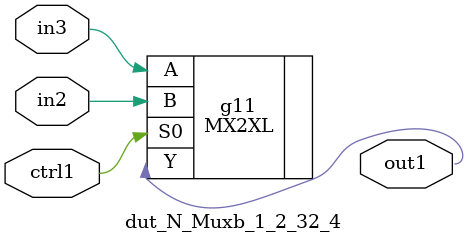
<source format=v>
`timescale 1ps / 1ps


module dut_N_Muxb_1_2_32_4(in3, in2, ctrl1, out1);
  input in3, in2, ctrl1;
  output out1;
  wire in3, in2, ctrl1;
  wire out1;
  MX2XL g11(.A (in3), .B (in2), .S0 (ctrl1), .Y (out1));
endmodule



</source>
